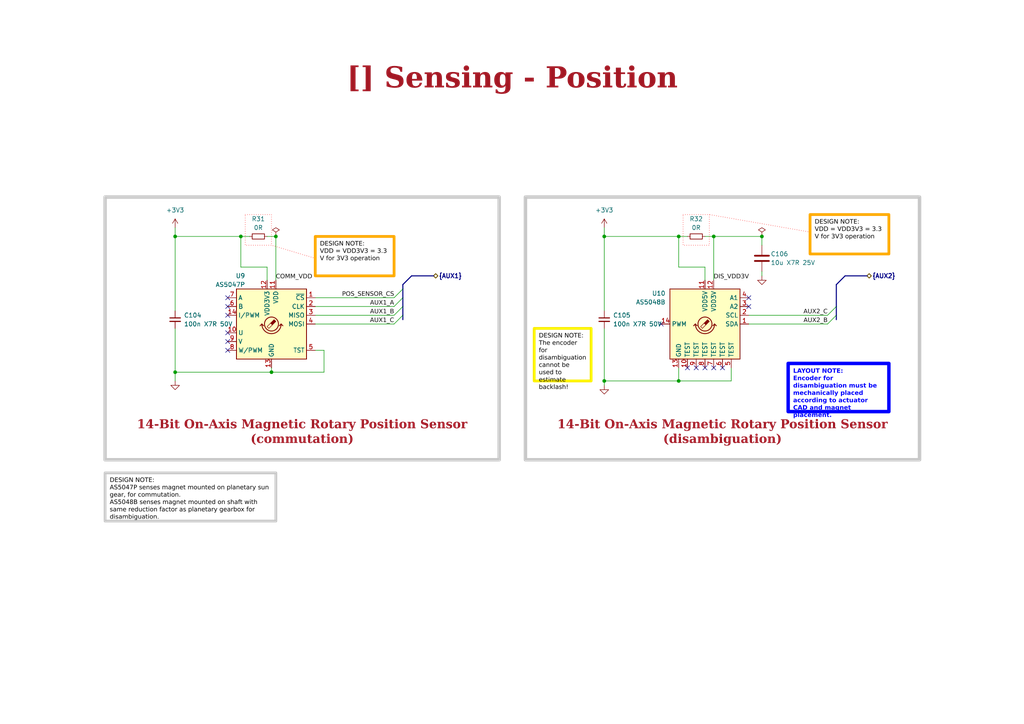
<source format=kicad_sch>
(kicad_sch (version 20230121) (generator eeschema)
  (paper "A4")
  (title_block (title "Sensing - Position") (date "2023-10-14") (rev "${REVISION}") (company "${COMPANY}"))
  (lib_symbols
    (symbol "0_sensor:AS5047P"
      (property "Reference" "U" (at -8.89 11.43 0))
      (property "Value" "AS5047P" (at 5.08 11.43 0))
      (symbol "AS5047P_1_1"
        (rectangle (start -10.16 10.16) (end 10.16 -10.16) (stroke (width 0.254)) (fill (type background)))
        (arc (start -2.794 0) (mid 0 -2.7819) (end 2.794 0) (stroke (width 0.254)))
        (polyline (pts (xy -2.794 0) (xy -3.302 -0.508)) (stroke (width 0.254)))
        (polyline (pts (xy -2.794 0) (xy -2.286 -0.508)) (stroke (width 0.254)))
        (polyline (pts (xy 2.794 0) (xy 2.286 -0.508)) (stroke (width 0.254)))
        (polyline (pts (xy 2.794 0) (xy 3.302 -0.508)) (stroke (width 0.254)))
        (polyline (pts (xy 0.254 0.254) (xy 1.27 -0.762) (xy 0.762 -1.27) (xy -0.254 -0.254)))
        (polyline (pts (xy -0.762 1.27) (xy 0.254 0.254) (xy -0.254 -0.254) (xy -1.27 0.762) (xy -1.016 1.016) (xy -0.762 1.27) (xy -0.635 1.143)) (fill (type outline)))
        (circle (center 0 0) (radius 2.032) (stroke (width 0.254)))
        (pin input line (at -12.7 7.62 0) (length 2.54) (name "~{CS}") (number "1"))
        (pin output line (at 12.7 -2.54 180) (length 2.54) (name "U") (number "10"))
        (pin power_in line (at -1.27 12.7 270) (length 2.54) (name "VDD") (number "11"))
        (pin power_out line (at 1.27 12.7 270) (length 2.54) (name "VDD3V3") (number "12"))
        (pin power_in line (at 0 -12.7 90) (length 2.54) (name "GND") (number "13"))
        (pin output line (at 12.7 2.54 180) (length 2.54) (name "I/PWM") (number "14"))
        (pin input line (at -12.7 5.08 0) (length 2.54) (name "CLK") (number "2"))
        (pin output line (at -12.7 2.54 0) (length 2.54) (name "MISO") (number "3"))
        (pin input line (at -12.7 0 0) (length 2.54) (name "MOSI") (number "4"))
        (pin input line (at -12.7 -7.62 0) (length 2.54) (name "TST") (number "5"))
        (pin output line (at 12.7 5.08 180) (length 2.54) (name "B") (number "6"))
        (pin output line (at 12.7 7.62 180) (length 2.54) (name "A") (number "7"))
        (pin output line (at 12.7 -7.62 180) (length 2.54) (name "W/PWM") (number "8"))
        (pin output line (at 12.7 -5.08 180) (length 2.54) (name "V") (number "9"))
      )
    )
    (symbol "Device:C" (pin_numbers hide) (pin_names (offset 0.254))
      (property "Reference" "C" (at 0.635 2.54 0))
      (property "Value" "C" (at 0.635 -2.54 0))
      (symbol "C_0_1"
        (polyline (pts (xy -2.032 -0.762) (xy 2.032 -0.762)) (stroke (width 0.508)))
        (polyline (pts (xy -2.032 0.762) (xy 2.032 0.762)) (stroke (width 0.508)))
      )
      (symbol "C_1_1"
        (pin passive line (at 0 3.81 270) (length 2.794) (name "~") (number "1"))
        (pin passive line (at 0 -3.81 90) (length 2.794) (name "~") (number "2"))
      )
    )
    (symbol "Device:C_Small" (pin_numbers hide) (pin_names (offset 0.254) hide)
      (property "Reference" "C" (at 0.254 1.778 0))
      (property "Value" "C_Small" (at 0.254 -2.032 0))
      (symbol "C_Small_0_1"
        (polyline (pts (xy -1.524 -0.508) (xy 1.524 -0.508)) (stroke (width 0.3302)))
        (polyline (pts (xy -1.524 0.508) (xy 1.524 0.508)) (stroke (width 0.3048)))
      )
      (symbol "C_Small_1_1"
        (pin passive line (at 0 2.54 270) (length 2.032) (name "~") (number "1"))
        (pin passive line (at 0 -2.54 90) (length 2.032) (name "~") (number "2"))
      )
    )
    (symbol "Device:R_Small" (pin_numbers hide) (pin_names (offset 0.254) hide)
      (property "Reference" "R" (at 0.762 0.508 0))
      (property "Value" "R_Small" (at 0.762 -1.016 0))
      (symbol "R_Small_0_1"
        (rectangle (start -0.762 1.778) (end 0.762 -1.778) (stroke (width 0.2032)))
      )
      (symbol "R_Small_1_1"
        (pin passive line (at 0 2.54 270) (length 0.762) (name "~") (number "1"))
        (pin passive line (at 0 -2.54 90) (length 0.762) (name "~") (number "2"))
      )
    )
    (symbol "Sensor_Magnetic:AS5048B"
      (property "Reference" "U" (at -10.16 11.43 0))
      (property "Value" "AS5048B" (at 10.16 11.43 0))
      (symbol "AS5048B_0_1"
        (rectangle (start -10.16 10.16) (end 10.16 -10.16) (stroke (width 0.254)) (fill (type background)))
        (arc (start -2.794 0) (mid 0 -2.7819) (end 2.794 0) (stroke (width 0.254)))
        (polyline (pts (xy -2.794 0) (xy -3.302 -0.508)) (stroke (width 0.254)))
        (polyline (pts (xy -2.794 0) (xy -2.286 -0.508)) (stroke (width 0.254)))
        (polyline (pts (xy 2.794 0) (xy 2.286 -0.508)) (stroke (width 0.254)))
        (polyline (pts (xy 2.794 0) (xy 3.302 -0.508)) (stroke (width 0.254)))
      )
      (symbol "AS5048B_1_1"
        (polyline (pts (xy 0.254 0.254) (xy 1.27 -0.762) (xy 0.762 -1.27) (xy -0.254 -0.254)))
        (polyline (pts (xy -0.762 1.27) (xy 0.254 0.254) (xy -0.254 -0.254) (xy -1.27 0.762) (xy -1.016 1.016) (xy -0.762 1.27) (xy -0.635 1.143)) (fill (type outline)))
        (circle (center 0 0) (radius 2.032) (stroke (width 0.254)))
        (pin bidirectional line (at -12.7 0 0) (length 2.54) (name "SDA") (number "1"))
        (pin passive line (at 5.08 -12.7 90) (length 2.54) (name "TEST") (number "10"))
        (pin power_in line (at 0 12.7 270) (length 2.54) (name "VDD5V") (number "11"))
        (pin power_in line (at -2.54 12.7 270) (length 2.54) (name "VDD3V") (number "12"))
        (pin power_in line (at 7.62 -12.7 90) (length 2.54) (name "GND") (number "13"))
        (pin output line (at 12.7 0 180) (length 2.54) (name "PWM") (number "14"))
        (pin input line (at -12.7 2.54 0) (length 2.54) (name "SCL") (number "2"))
        (pin input line (at -12.7 5.08 0) (length 2.54) (name "A2") (number "3"))
        (pin input line (at -12.7 7.62 0) (length 2.54) (name "A1") (number "4"))
        (pin passive line (at -7.62 -12.7 90) (length 2.54) (name "TEST") (number "5"))
        (pin passive line (at -5.08 -12.7 90) (length 2.54) (name "TEST") (number "6"))
        (pin passive line (at -2.54 -12.7 90) (length 2.54) (name "TEST") (number "7"))
        (pin passive line (at 0 -12.7 90) (length 2.54) (name "TEST") (number "8"))
        (pin passive line (at 2.54 -12.7 90) (length 2.54) (name "TEST") (number "9"))
      )
    )
    (symbol "power:+3V3" (power) (pin_names (offset 0))
      (property "Value" "+3V3" (at 0 3.556 0))
      (symbol "+3V3_0_1"
        (polyline (pts (xy -0.762 1.27) (xy 0 2.54)))
        (polyline (pts (xy 0 0) (xy 0 2.54)))
        (polyline (pts (xy 0 2.54) (xy 0.762 1.27)))
      )
      (symbol "+3V3_1_1"
        (pin power_in line (at 0 0 90) (length 0) hide (name "+3V3") (number "1"))
      )
    )
    (symbol "power:GND" (power) (pin_names (offset 0))
      (property "Value" "GND" (at 0 -3.81 0))
      (symbol "GND_0_1"
        (polyline (pts (xy 0 0) (xy 0 -1.27) (xy 1.27 -1.27) (xy 0 -2.54) (xy -1.27 -1.27) (xy 0 -1.27)))
      )
      (symbol "GND_1_1"
        (pin power_in line (at 0 0 270) (length 0) hide (name "GND") (number "1"))
      )
    )
    (symbol "power:PWR_FLAG" (power) (pin_numbers hide) (pin_names (offset 0) hide)
      (property "Value" "PWR_FLAG" (at 0 3.81 0))
      (symbol "PWR_FLAG_0_0"
        (pin power_out line (at 0 0 90) (length 0) (name "pwr") (number "1"))
      )
      (symbol "PWR_FLAG_0_1"
        (polyline (pts (xy 0 0) (xy 0 1.27) (xy -1.016 1.905) (xy 0 2.54) (xy 1.016 1.905) (xy 0 1.27)))
      )
    )
  )
  (junction (at 207.01 68.58))
  (junction (at 175.26 110.49))
  (junction (at 175.26 68.58))
  (junction (at 69.85 68.58))
  (junction (at 196.85 110.49))
  (junction (at 50.8 107.95))
  (junction (at 220.98 68.58))
  (junction (at 196.85 68.58))
  (junction (at 80.01 68.58))
  (junction (at 50.8 68.58))
  (junction (at 78.74 107.95))
  (no_connect (at 66.04 101.6))
  (no_connect (at 66.04 86.36))
  (no_connect (at 199.39 106.68))
  (no_connect (at 204.47 106.68))
  (no_connect (at 201.93 106.68))
  (no_connect (at 66.04 96.52))
  (no_connect (at 209.55 106.68))
  (no_connect (at 217.17 86.36))
  (no_connect (at 191.77 93.98))
  (no_connect (at 207.01 106.68))
  (no_connect (at 66.04 99.06))
  (no_connect (at 217.17 88.9))
  (no_connect (at 66.04 88.9))
  (no_connect (at 66.04 91.44))
  (bus_entry (at 114.3 91.44) (size 2.54 -2.54))
  (bus_entry (at 114.3 86.36) (size 2.54 -2.54))
  (bus_entry (at 240.03 91.44) (size 2.54 -2.54))
  (bus_entry (at 240.03 93.98) (size 2.54 -2.54))
  (bus_entry (at 114.3 93.98) (size 2.54 -2.54))
  (bus_entry (at 114.3 88.9) (size 2.54 -2.54))
  (wire (pts (xy 196.85 77.47) (xy 204.47 77.47)))
  (wire (pts (xy 69.85 68.58) (xy 72.39 68.58)))
  (wire (pts (xy 91.44 86.36) (xy 114.3 86.36)))
  (wire (pts (xy 220.98 68.58) (xy 207.01 68.58)))
  (wire (pts (xy 220.98 80.01) (xy 220.98 78.74)))
  (bus (pts (xy 116.84 83.82) (xy 116.84 86.36)))
  (wire (pts (xy 204.47 68.58) (xy 207.01 68.58)))
  (wire (pts (xy 196.85 110.49) (xy 212.09 110.49)))
  (wire (pts (xy 207.01 68.58) (xy 207.01 81.28)))
  (bus (pts (xy 245.11 80.01) (xy 242.57 82.55)))
  (bus (pts (xy 119.38 80.01) (xy 125.73 80.01)))
  (wire (pts (xy 196.85 68.58) (xy 199.39 68.58)))
  (wire (pts (xy 91.44 88.9) (xy 114.3 88.9)))
  (wire (pts (xy 50.8 107.95) (xy 50.8 95.25)))
  (bus (pts (xy 119.38 80.01) (xy 116.84 82.55)))
  (wire (pts (xy 93.98 107.95) (xy 93.98 101.6)))
  (wire (pts (xy 175.26 95.25) (xy 175.26 110.49)))
  (wire (pts (xy 91.44 91.44) (xy 114.3 91.44)))
  (bus (pts (xy 116.84 82.55) (xy 116.84 83.82)))
  (wire (pts (xy 212.09 110.49) (xy 212.09 106.68)))
  (wire (pts (xy 175.26 110.49) (xy 175.26 111.76)))
  (bus (pts (xy 245.11 80.01) (xy 251.46 80.01)))
  (wire (pts (xy 69.85 77.47) (xy 77.47 77.47)))
  (bus (pts (xy 242.57 82.55) (xy 242.57 88.9)))
  (bus (pts (xy 116.84 86.36) (xy 116.84 88.9)))
  (wire (pts (xy 217.17 93.98) (xy 240.03 93.98)))
  (wire (pts (xy 217.17 91.44) (xy 240.03 91.44)))
  (wire (pts (xy 77.47 68.58) (xy 80.01 68.58)))
  (wire (pts (xy 50.8 68.58) (xy 50.8 90.17)))
  (bus (pts (xy 116.84 88.9) (xy 116.84 91.44)))
  (polyline (pts (xy 234.95 67.31) (xy 205.74 62.23)) (stroke (width 0) (type dot) (color 255 0 0 1)))
  (wire (pts (xy 50.8 107.95) (xy 50.8 110.49)))
  (wire (pts (xy 175.26 110.49) (xy 196.85 110.49)))
  (wire (pts (xy 69.85 68.58) (xy 69.85 77.47)))
  (wire (pts (xy 196.85 110.49) (xy 196.85 106.68)))
  (wire (pts (xy 50.8 66.04) (xy 50.8 68.58)))
  (wire (pts (xy 175.26 66.04) (xy 175.26 68.58)))
  (bus (pts (xy 116.84 91.44) (xy 116.84 92.71)))
  (bus (pts (xy 242.57 91.44) (xy 242.57 92.71)))
  (wire (pts (xy 78.74 107.95) (xy 78.74 106.68)))
  (bus (pts (xy 242.57 88.9) (xy 242.57 91.44)))
  (wire (pts (xy 50.8 107.95) (xy 78.74 107.95)))
  (wire (pts (xy 91.44 93.98) (xy 114.3 93.98)))
  (wire (pts (xy 50.8 68.58) (xy 69.85 68.58)))
  (wire (pts (xy 77.47 77.47) (xy 77.47 81.28)))
  (wire (pts (xy 175.26 68.58) (xy 196.85 68.58)))
  (wire (pts (xy 220.98 71.12) (xy 220.98 68.58)))
  (wire (pts (xy 175.26 68.58) (xy 175.26 90.17)))
  (wire (pts (xy 196.85 68.58) (xy 196.85 77.47)))
  (wire (pts (xy 204.47 77.47) (xy 204.47 81.28)))
  (wire (pts (xy 78.74 107.95) (xy 93.98 107.95)))
  (polyline (pts (xy 91.44 74.93) (xy 78.74 71.12)) (stroke (width 0) (type dot) (color 255 0 0 1)))
  (wire (pts (xy 80.01 68.58) (xy 80.01 81.28)))
  (wire (pts (xy 93.98 101.6) (xy 91.44 101.6)))
  (rectangle (start 152.4 57.15) (end 266.7 133.35) (stroke (width 1) (color 200 200 200 1)))
  (rectangle (start 30.48 57.15) (end 144.78 133.35) (stroke (width 1) (color 200 200 200 1)))
  (rectangle (start 71.12 62.23) (end 78.74 71.12) (stroke (width 0) (type dot) (color 255 0 0 1)))
  (rectangle (start 198.12 62.23) (end 205.74 71.12) (stroke (width 0) (type dot) (color 255 0 0 1)))
  (text_box "DESIGN NOTE:\nVDD = VDD3V3 = 3.3 V for 3V3 operation" (at 234.95 62.23 0) (size 22.86 11.43) (stroke (width 0.8) (color 255 165 0 1)) (effects (font (size 1.27 1.27)) (justify left top)))
  (text_box "DESIGN NOTE:\nThe encoder for disambiguation cannot be used to estimate backlash!" (at 154.94 95.25 0) (size 16.51 15.24) (stroke (width 0.8) (color 250 236 0 1)) (effects (font (size 1.27 1.27)) (justify left top)))
  (text_box "14-Bit On-Axis Magnetic Rotary Position Sensor (disambiguation)" (at 153.67 121.92 0) (size 111.76 8.89) (stroke (width -0.0001)) (effects (font (size 2.54 2.54) (thickness 0.508) bold) (justify bottom)))
  (text_box "[${#}] ${TITLE}" (at 80.01 16.51 0) (size 137.16 12.7) (stroke (width -0.0001)) (effects (font (size 6 6) (thickness 1.2) bold)))
  (text_box "DESIGN NOTE:\nVDD = VDD3V3 = 3.3 V for 3V3 operation" (at 91.44 68.58 0) (size 22.86 11.43) (stroke (width 0.8) (color 255 165 0 1)) (effects (font (size 1.27 1.27)) (justify left top)))
  (text_box "DESIGN NOTE:\nAS5047P senses magnet mounted on planetary sun gear, for commutation.\nAS5048B senses magnet mounted on shaft with same reduction factor as planetary gearbox for disambiguation." (at 30.48 137.16 0) (size 49.53 13.97) (stroke (width 0.8) (color 200 200 200 1)) (effects (font (size 1.27 1.27)) (justify left top)))
  (text_box "14-Bit On-Axis Magnetic Rotary Position Sensor (commutation)" (at 31.75 120.65 0) (size 111.76 10.16) (stroke (width -0.0001)) (effects (font (size 2.54 2.54) (thickness 0.508) bold) (justify bottom)))
  (text_box "LAYOUT NOTE:\nEncoder for disambiguation must be mechanically placed according to actuator CAD and magnet placement. " (at 228.6 105.41 0) (size 29.21 13.97) (stroke (width 1) (color 0 0 255 1)) (effects (font (size 1.27 1.27) (thickness 0.4) bold) (justify left top)))
  (label "AUX2_C" (at 240.03 91.44 180))
  (label "AUX1_C" (at 114.3 93.98 180))
  (label "AUX2_B" (at 240.03 93.98 180))
  (label "AUX1_A" (at 114.3 88.9 180))
  (label "POS_SENSOR_CS" (at 114.3 86.36 180))
  (label "COMM_VDD" (at 80.01 81.28 0))
  (label "AUX1_B" (at 114.3 91.44 180))
  (label "DIS_VDD3V" (at 207.01 81.28 0))
  (hierarchical_label "{AUX1}" (shape bidirectional) (at 125.73 80.01 0) (effects (font bold)))
  (hierarchical_label "{AUX2}" (shape bidirectional) (at 251.46 80.01 0) (effects (font bold)))
  (symbol (lib_id "Device:C_Small") (at 50.8 92.71 0) (unit 1)
    (property "Reference" "C104" (at 53.34 91.4463 0) (effects (justify left)))
    (property "Value" "100n X7R 50V" (at 53.34 93.9863 0) (effects (justify left)))
    (property "Footprint" "0_capacitor_smd:C_0402_1005_DensityHigh" (effects hide))
    (property "Datasheet" "https://search.murata.co.jp/Ceramy/image/img/A01X/G101/ENG/GCM155R71H104KE02-01.pdf" (effects hide))
    (property "Description" "0.1 µF ±10% 50V Ceramic Capacitor X7R 0402 (1005 Metric)" (effects hide))
    (property "Manufacturer" "Murata Electronics" (effects hide))
    (property "Manufacturer Part Number" "GCM155R71H104KE02J" (effects hide))
    (property "Supplier 1" "Digikey" (effects hide))
    (property "Supplier Part Number 1" "490-14514-1-ND" (effects hide))
  )
  (symbol (lib_id "Device:R_Small") (at 74.93 68.58 90) (unit 1)
    (property "Reference" "R31" (at 74.93 63.5 90))
    (property "Value" "0R" (at 74.93 66.04 90))
    (property "Footprint" "0_resistor_smd:R_0402_1005_DensityHigh" (effects hide))
    (property "Datasheet" "https://industrial.panasonic.com/ww/products/pt/general-purpose-chip-resistors/models/ERJ2GE0R00X" (effects hide))
    (property "Description" "0 Ohms Jumper Chip Resistor 0402 (1005 Metric) Automotive AEC-Q200 Thick Film" (effects hide))
    (property "Manufacturer" "Panasonic Electronic Components" (effects hide))
    (property "Manufacturer Part Number" "ERJ-2GE0R00X" (effects hide))
    (property "Supplier 1" "Digikey" (effects hide))
    (property "Supplier Part Number 1" "P0.0JCT-ND" (effects hide))
  )
  (symbol (lib_id "Device:C") (at 220.98 74.93 0) (unit 1)
    (property "Reference" "C106" (at 223.52 73.66 0) (effects (justify left)))
    (property "Value" "10u X7R 25V" (at 223.52 76.2 0) (effects (justify left)))
    (property "Footprint" "0_capacitor_smd:C_0805_2012_DensityHighest" (effects hide))
    (property "Datasheet" "https://search.murata.co.jp/Ceramy/image/img/A01X/G101/ENG/GRM21BZ71E106KE15-01.pdf" (effects hide))
    (property "Description" "10 µF ±10% 25V Ceramic Capacitor X7R 0805 (2012 Metric)" (effects hide))
    (property "Manufacturer" "Murata Electronics" (effects hide))
    (property "Manufacturer Part Number" "GRM21BZ71E106KE15L" (effects hide))
    (property "Supplier 1" "Digikey" (effects hide))
    (property "Supplier Part Number 1" "490-GRM21BZ71E106KE15LCT-ND" (effects hide))
  )
  (symbol (lib_id "power:+3V3") (at 50.8 66.04 0) (unit 1)
    (property "Reference" "#PWR046" (effects hide))
    (property "Value" "+3V3" (at 50.8 60.96 0))
  )
  (symbol (lib_id "power:PWR_FLAG") (at 220.98 68.58 0) (unit 1)
    (property "Reference" "#FLG010" (effects hide))
    (property "Value" "PWR_FLAG" (effects hide))
  )
  (symbol (lib_id "power:GND") (at 50.8 110.49 0) (unit 1)
    (property "Reference" "#PWR047" (effects hide))
    (property "Value" "GND" (effects hide))
  )
  (symbol (lib_id "0_sensor:AS5047P") (at 78.74 93.98 0) (mirror y) (unit 1)
    (property "Reference" "U9" (at 71.12 80.01 0) (effects (justify left)))
    (property "Value" "AS5047P" (at 71.12 82.55 0) (effects (justify left)))
    (property "Footprint" "0_package_SO:SOP-14_4.4x5mm_P0.65mm_H1.2mm" (effects hide))
    (property "Datasheet" "https://ams.com/documents/20143/36005/AS5047P_DS000324_3-00.pdf" (effects hide))
    (property "Description" "14-Bit On-Axis Magnetic Rotary Position Sensor with 12-Bit Decimal and Binary Incremental Pulse Count for 28krpm High Speed Capability" (effects hide))
    (property "Manufacturer" "ams-OSRAM USA INC." (effects hide))
    (property "Manufacturer Part Number" "AS5047P-ATSM" (effects hide))
    (property "Supplier 1" "Digikey" (effects hide))
    (property "Supplier Part Number 1" "AS5047P-ATSMCT-ND" (effects hide))
  )
  (symbol (lib_id "power:GND") (at 175.26 111.76 0) (unit 1)
    (property "Reference" "#PWR049" (effects hide))
    (property "Value" "GND" (effects hide))
  )
  (symbol (lib_id "Sensor_Magnetic:AS5048B") (at 204.47 93.98 0) (mirror y) (unit 1)
    (property "Reference" "U10" (at 193.04 85.09 0) (effects (justify left)))
    (property "Value" "AS5048B" (at 193.04 87.63 0) (effects (justify left)))
    (property "Footprint" "0_package_SO:SOP-14_4.4x5mm_P0.65mm_H1.2mm" (effects hide))
    (property "Datasheet" "https://ams.com/documents/20143/36005/AS5048_DS000298_4-00.pdf" (effects hide))
    (property "Description" "14-bit Magnetic Rotary Encoder, I2C Interface" (effects hide))
    (property "Manufacturer" "ams-OSRAM USA INC." (effects hide))
    (property "Manufacturer Part Number" "AS5048B-HTSP-500" (effects hide))
    (property "Supplier 1" "Digikey" (effects hide))
    (property "Supplier Part Number 1" "AS5048B-HTSP-500CT-ND" (effects hide))
  )
  (symbol (lib_id "Device:R_Small") (at 201.93 68.58 90) (unit 1)
    (property "Reference" "R32" (at 201.93 63.5 90))
    (property "Value" "0R" (at 201.93 66.04 90))
    (property "Footprint" "0_resistor_smd:R_0402_1005_DensityHigh" (effects hide))
    (property "Datasheet" "https://industrial.panasonic.com/ww/products/pt/general-purpose-chip-resistors/models/ERJ2GE0R00X" (effects hide))
    (property "Description" "0 Ohms Jumper Chip Resistor 0402 (1005 Metric) Automotive AEC-Q200 Thick Film" (effects hide))
    (property "Manufacturer" "Panasonic Electronic Components" (effects hide))
    (property "Manufacturer Part Number" "ERJ-2GE0R00X" (effects hide))
    (property "Supplier 1" "Digikey" (effects hide))
    (property "Supplier Part Number 1" "P0.0JCT-ND" (effects hide))
  )
  (symbol (lib_id "power:+3V3") (at 175.26 66.04 0) (unit 1)
    (property "Reference" "#PWR048" (effects hide))
    (property "Value" "+3V3" (at 175.26 60.96 0))
  )
  (symbol (lib_id "power:GND") (at 220.98 80.01 0) (unit 1)
    (property "Reference" "#PWR050" (effects hide))
    (property "Value" "GND" (effects hide))
  )
  (symbol (lib_id "power:PWR_FLAG") (at 80.01 68.58 0) (unit 1)
    (property "Reference" "#FLG09" (effects hide))
    (property "Value" "PWR_FLAG" (effects hide))
  )
  (symbol (lib_id "Device:C_Small") (at 175.26 92.71 0) (unit 1)
    (property "Reference" "C105" (at 177.8 91.4463 0) (effects (justify left)))
    (property "Value" "100n X7R 50V" (at 177.8 93.9863 0) (effects (justify left)))
    (property "Footprint" "0_capacitor_smd:C_0402_1005_DensityHigh" (effects hide))
    (property "Datasheet" "https://search.murata.co.jp/Ceramy/image/img/A01X/G101/ENG/GCM155R71H104KE02-01.pdf" (effects hide))
    (property "Description" "0.1 µF ±10% 50V Ceramic Capacitor X7R 0402 (1005 Metric)" (effects hide))
    (property "Manufacturer" "Murata Electronics" (effects hide))
    (property "Manufacturer Part Number" "GCM155R71H104KE02J" (effects hide))
    (property "Supplier 1" "Digikey" (effects hide))
    (property "Supplier Part Number 1" "490-14514-1-ND" (effects hide))
  )
)
</source>
